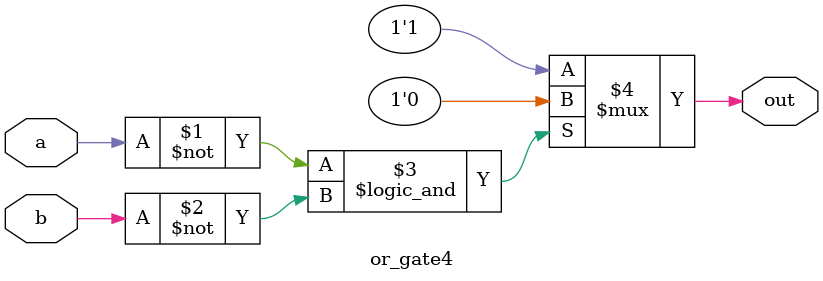
<source format=v>
module or_gate4 (
  input a,
  input b,
  output out
);

  assign out = (a == 1'b0 && b == 1'b0) ? 1'b0 : 1'b1; // Check both bits are low

endmodule

</source>
